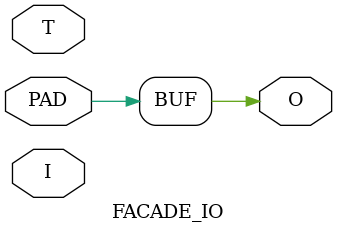
<source format=v>
module LUT4 #(
	parameter [15:0] INIT = 0
) (
	input A, B, C, D,
	output Z
);
	wire [3:0] I;
	wire [3:0] I_pd;

	genvar ii;
	generate
		for (ii = 0; ii < 4; ii = ii + 1'b1)
			assign I_pd[ii] = (I[ii] === 1'bz) ? 1'b0 : I[ii];
	endgenerate

	assign I = {D, C, B, A};
	assign Z = INIT[I_pd];
endmodule

module FACADE_FF #(
	parameter GSR = "ENABLED",
	parameter CEMUX = "1",
	parameter CLKMUX = "0",
	parameter LSRMUX = "LSR",
	parameter LSRONMUX = "LSRMUX",
	parameter SRMODE = "LSR_OVER_CE",
	parameter REGSET = "SET",
	parameter REGMODE = "FF"
) (
	input CLK, DI, LSR, CE,
	output reg Q
);

	wire muxce;
	generate
		case (CEMUX)
			"1": assign muxce = 1'b1;
			"0": assign muxce = 1'b0;
			"INV": assign muxce = ~CE;
			default: assign muxce = CE;
		endcase
	endgenerate

	wire muxlsr = (LSRMUX == "INV") ? ~LSR : LSR;
	wire muxlsron = (LSRONMUX == "LSRMUX") ? muxlsr : 1'b0;
	wire muxclk = (CLKMUX == "INV") ? ~CLK : CLK;
	wire srval = (REGSET == "SET") ? 1'b1 : 1'b0;

	initial Q = srval;

	generate
		if (REGMODE == "FF") begin
			if (SRMODE == "ASYNC") begin
				always @(posedge muxclk, posedge muxlsron)
					if (muxlsron)
						Q <= srval;
					else if (muxce)
						Q <= DI;
			end else begin
				always @(posedge muxclk)
					if (muxlsron)
						Q <= srval;
					else if (muxce)
						Q <= DI;
			end
		end else if (REGMODE == "LATCH") begin
			ERROR_UNSUPPORTED_FF_MODE error();
		end else begin
			ERROR_UNKNOWN_FF_MODE error();
		end
	endgenerate
endmodule

/* For consistency with ECP5; represents F0/F1 => OFX0 mux in a slice. */
module PFUMX (input ALUT, BLUT, C0, output Z);
	assign Z = C0 ? ALUT : BLUT;
endmodule

/* For consistency with ECP5; represents FXA/FXB => OFX1 mux in a slice. */
module L6MUX21 (input D0, D1, SD, output Z);
	assign Z = SD ? D1 : D0;
endmodule

/* For consistency, input order matches TRELLIS_SLICE even though the BELs in
prjtrellis were filled in clockwise order from bottom left. */
module FACADE_SLICE #(
	parameter MODE = "LOGIC",
	parameter GSR = "ENABLED",
	parameter SRMODE = "LSR_OVER_CE",
	parameter CEMUX = "1",
	parameter CLKMUX = "0",
	parameter LSRMUX = "LSR",
	parameter LSRONMUX = "LSRMUX",
	parameter LUT0_INITVAL = 16'hFFFF,
	parameter LUT1_INITVAL = 16'hFFFF,
	parameter REGMODE = "FF",
	parameter REG0_SD = "1",
	parameter REG1_SD = "1",
	parameter REG0_REGSET = "SET",
	parameter REG1_REGSET = "SET",
	parameter CCU2_INJECT1_0 = "YES",
	parameter CCU2_INJECT1_1 = "YES",
	parameter WREMUX = "INV"
) (
	input A0, B0, C0, D0,
	input A1, B1, C1, D1,
	input M0, M1,
	input FCI, FXA, FXB,

	input CLK, LSR, CE,
	input DI0, DI1,

	input WD0, WD1,
	input WAD0, WAD1, WAD2, WAD3,
	input WRE, WCK,

	output F0, Q0,
	output F1, Q1,
	output FCO, OFX0, OFX1,

	output WDO0, WDO1, WDO2, WDO3,
	output WADO0, WADO1, WADO2, WADO3
);

	generate
		if (MODE == "LOGIC") begin
			L6MUX21 FXMUX (.D0(FXA), .D1(FXB), .SD(M1), .Z(OFX1));

			wire k0;
			wire k1;
			PFUMX K0K1MUX (.ALUT(k1), .BLUT(k0), .C0(M0), .Z(OFX0));

			LUT4 #(.INIT(LUT0_INITVAL)) LUT_0 (.A(A0), .B(B0), .C(C0), .D(D0), .Z(k0));
			LUT4 #(.INIT(LUT1_INITVAL)) LUT_1 (.A(A0), .B(B0), .C(C0), .D(D0), .Z(k1));

			assign F0 = k0;
			assign F1 = k1;
		end else if (MODE == "CCU2") begin
			ERROR_UNSUPPORTED_SLICE_MODE error();
		end else if (MODE == "DPRAM") begin
			ERROR_UNSUPPORTED_SLICE_MODE error();
		end else begin
			ERROR_UNKNOWN_SLICE_MODE error();
		end
	endgenerate

	/* Reg can be fed either by M, or DI inputs; DI inputs muxes OFX and F
	outputs (in other words, feeds back into FACADE_SLICE). */
	wire di0 = (REG0_SD == "1") ? DI0 : M0;
	wire di1 = (REG1_SD == "1") ? DI1 : M1;

	FACADE_FF#(.GSR(GSR), .CEMUX(CEMUX), .CLKMUX(CLKMUX), .LSRMUX(LSRMUX),
		.LSRONMUX(LSRONMUX), .SRMODE(SRMODE), .REGSET(REG0_REGSET),
		.REGMODE(REGMODE)) REG_0 (.CLK(CLK), .DI(di0), .LSR(LSR), .CE(CE), .Q(Q0));
	FACADE_FF#(.GSR(GSR), .CEMUX(CEMUX), .CLKMUX(CLKMUX), .LSRMUX(LSRMUX),
		.LSRONMUX(LSRONMUX), .SRMODE(SRMODE), .REGSET(REG1_REGSET),
		.REGMODE(REGMODE)) REG_1 (.CLK(CLK), .DI(di1), .LSR(LSR), .CE(CE), .Q(Q1));
endmodule

module FACADE_IO #(
	parameter DIR = "INPUT"
) (
	inout PAD,
	input I, T,
	output O
);
	generate
		if (DIR == "INPUT") begin
			assign O = PAD;
		end else if (DIR == "OUTPUT") begin
			assign PAD = T ? 1'bz : I;
		end else if (DIR == "BIDIR") begin
			assign PAD = T ? 1'bz : I;
			assign O = PAD;
		end else begin
			ERROR_UNKNOWN_IO_MODE error();
		end
	endgenerate
endmodule

(* blackbox *)
module OSCH #(
	parameter NOM_FREQ = "2.08"
) (
	input STDBY,
	output OSC,
	output SEDSTDBY
);
endmodule

// IO- "$__" cells for the iopadmap pass. These are temporary cells not meant
// to be instantiated by the end user. They are required in this file for
// attrmvcp to work.
(* blackbox *)
module  \$__FACADE_OUTPAD (input I, output O); endmodule
(* blackbox *)
module  \$__FACADE_INPAD (input I, output O); endmodule
(* blackbox *)
module  \$__FACADE_TOUTPAD (input I, OE, output O); endmodule
(* blackbox *)
module  \$__FACADE_TINOUTPAD (input I, OE, output O, inout B); endmodule

</source>
